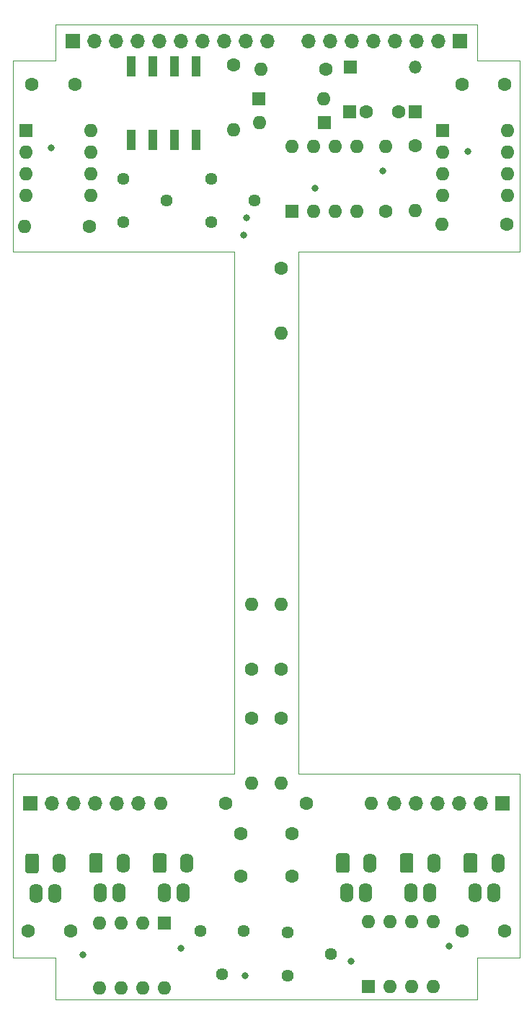
<source format=gbr>
%TF.GenerationSoftware,KiCad,Pcbnew,(5.1.7)-1*%
%TF.CreationDate,2021-10-21T20:27:42-07:00*%
%TF.ProjectId,AnalogBoard_Rev2,416e616c-6f67-4426-9f61-72645f526576,rev?*%
%TF.SameCoordinates,Original*%
%TF.FileFunction,Soldermask,Top*%
%TF.FilePolarity,Negative*%
%FSLAX46Y46*%
G04 Gerber Fmt 4.6, Leading zero omitted, Abs format (unit mm)*
G04 Created by KiCad (PCBNEW (5.1.7)-1) date 2021-10-21 20:27:42*
%MOMM*%
%LPD*%
G01*
G04 APERTURE LIST*
%TA.AperFunction,Profile*%
%ADD10C,0.050000*%
%TD*%
%ADD11C,1.440000*%
%ADD12O,1.700000X1.700000*%
%ADD13R,1.700000X1.700000*%
%ADD14R,1.120000X2.440000*%
%ADD15O,1.570000X2.290000*%
%ADD16O,1.600000X1.600000*%
%ADD17R,1.600000X1.600000*%
%ADD18C,1.600000*%
%ADD19O,1.500000X1.500000*%
%ADD20R,1.500000X1.500000*%
%ADD21C,0.800000*%
G04 APERTURE END LIST*
D10*
X143250000Y-148100000D02*
X148250000Y-148100000D01*
X143250000Y-153000000D02*
X143250000Y-148100000D01*
X93750000Y-148100000D02*
X88750000Y-148100000D01*
X93750000Y-153000000D02*
X93750000Y-148100000D01*
X143250000Y-42750000D02*
X143250000Y-38500000D01*
X148250000Y-42750000D02*
X143250000Y-42750000D01*
X93750000Y-42750000D02*
X93750000Y-38500000D01*
X88750000Y-42750000D02*
X93750000Y-42750000D01*
X148250000Y-148100000D02*
X148250000Y-126500000D01*
X88750000Y-148100000D02*
X88750000Y-126500000D01*
X122250000Y-126500000D02*
X148250000Y-126500000D01*
X122250000Y-65250000D02*
X148250000Y-65250000D01*
X88750000Y-126500000D02*
X114750000Y-126500000D01*
X88750000Y-65250000D02*
X114750000Y-65250000D01*
X114750000Y-126500000D02*
X114750000Y-65250000D01*
X122250000Y-126500000D02*
X122250000Y-65250000D01*
X148250000Y-42750000D02*
X148250000Y-65250000D01*
X88750000Y-65250000D02*
X88750000Y-42750000D01*
X143250000Y-153000000D02*
X93750000Y-153000000D01*
X93750000Y-38500000D02*
X143250000Y-38500000D01*
D11*
%TO.C,RV4*%
X112014000Y-61722000D03*
X117094000Y-59182000D03*
X112014000Y-56642000D03*
%TD*%
%TO.C,RV3*%
X101727000Y-61722000D03*
X106807000Y-59182000D03*
X101727000Y-56642000D03*
%TD*%
%TO.C,RV2*%
X121000000Y-150250000D03*
X126080000Y-147710000D03*
X121000000Y-145170000D03*
%TD*%
%TO.C,RV1*%
X110750000Y-145000000D03*
X113290000Y-150080000D03*
X115830000Y-145000000D03*
%TD*%
D12*
%TO.C,J4*%
X123470000Y-40500000D03*
X126010000Y-40500000D03*
X128550000Y-40500000D03*
X131090000Y-40500000D03*
X133630000Y-40500000D03*
X136170000Y-40500000D03*
X138710000Y-40500000D03*
D13*
X141250000Y-40500000D03*
%TD*%
D14*
%TO.C,SW1*%
X110236000Y-52057000D03*
X102616000Y-43447000D03*
X107696000Y-52057000D03*
X105156000Y-43447000D03*
X105156000Y-52057000D03*
X107696000Y-43447000D03*
X102616000Y-52057000D03*
X110236000Y-43447000D03*
%TD*%
D12*
%TO.C,J3*%
X133550000Y-130000000D03*
X136090000Y-130000000D03*
X138630000Y-130000000D03*
X141170000Y-130000000D03*
X143710000Y-130000000D03*
D13*
X146250000Y-130000000D03*
%TD*%
D12*
%TO.C,J2*%
X118610000Y-40500000D03*
X116070000Y-40500000D03*
X113530000Y-40500000D03*
X110990000Y-40500000D03*
X108450000Y-40500000D03*
X105910000Y-40500000D03*
X103370000Y-40500000D03*
X100830000Y-40500000D03*
X98290000Y-40500000D03*
D13*
X95750000Y-40500000D03*
%TD*%
D12*
%TO.C,J1*%
X103450000Y-130000000D03*
X100910000Y-130000000D03*
X98370000Y-130000000D03*
X95830000Y-130000000D03*
X93290000Y-130000000D03*
D13*
X90750000Y-130000000D03*
%TD*%
%TO.C,U9*%
G36*
G01*
X134464630Y-135855000D02*
X135535370Y-135855000D01*
G75*
G02*
X135785000Y-136104630I0J-249630D01*
G01*
X135785000Y-137895370D01*
G75*
G02*
X135535370Y-138145000I-249630J0D01*
G01*
X134464630Y-138145000D01*
G75*
G02*
X134215000Y-137895370I0J249630D01*
G01*
X134215000Y-136104630D01*
G75*
G02*
X134464630Y-135855000I249630J0D01*
G01*
G37*
D15*
X138200000Y-137000000D03*
X137700000Y-140500000D03*
X135500000Y-140500000D03*
%TD*%
%TO.C,U8*%
G36*
G01*
X141964630Y-135855000D02*
X143035370Y-135855000D01*
G75*
G02*
X143285000Y-136104630I0J-249630D01*
G01*
X143285000Y-137895370D01*
G75*
G02*
X143035370Y-138145000I-249630J0D01*
G01*
X141964630Y-138145000D01*
G75*
G02*
X141715000Y-137895370I0J249630D01*
G01*
X141715000Y-136104630D01*
G75*
G02*
X141964630Y-135855000I249630J0D01*
G01*
G37*
X145700000Y-137000000D03*
X145200000Y-140500000D03*
X143000000Y-140500000D03*
%TD*%
%TO.C,U7*%
G36*
G01*
X97964630Y-135855000D02*
X99035370Y-135855000D01*
G75*
G02*
X99285000Y-136104630I0J-249630D01*
G01*
X99285000Y-137895370D01*
G75*
G02*
X99035370Y-138145000I-249630J0D01*
G01*
X97964630Y-138145000D01*
G75*
G02*
X97715000Y-137895370I0J249630D01*
G01*
X97715000Y-136104630D01*
G75*
G02*
X97964630Y-135855000I249630J0D01*
G01*
G37*
X101700000Y-137000000D03*
X101200000Y-140500000D03*
X99000000Y-140500000D03*
%TD*%
%TO.C,U6*%
G36*
G01*
X90464630Y-135888000D02*
X91535370Y-135888000D01*
G75*
G02*
X91785000Y-136137630I0J-249630D01*
G01*
X91785000Y-137928370D01*
G75*
G02*
X91535370Y-138178000I-249630J0D01*
G01*
X90464630Y-138178000D01*
G75*
G02*
X90215000Y-137928370I0J249630D01*
G01*
X90215000Y-136137630D01*
G75*
G02*
X90464630Y-135888000I249630J0D01*
G01*
G37*
X94200000Y-137033000D03*
X93700000Y-140533000D03*
X91500000Y-140533000D03*
%TD*%
%TO.C,U13*%
G36*
G01*
X126964630Y-135855000D02*
X128035370Y-135855000D01*
G75*
G02*
X128285000Y-136104630I0J-249630D01*
G01*
X128285000Y-137895370D01*
G75*
G02*
X128035370Y-138145000I-249630J0D01*
G01*
X126964630Y-138145000D01*
G75*
G02*
X126715000Y-137895370I0J249630D01*
G01*
X126715000Y-136104630D01*
G75*
G02*
X126964630Y-135855000I249630J0D01*
G01*
G37*
X130700000Y-137000000D03*
X130200000Y-140500000D03*
X128000000Y-140500000D03*
%TD*%
%TO.C,U12*%
G36*
G01*
X105464630Y-135855000D02*
X106535370Y-135855000D01*
G75*
G02*
X106785000Y-136104630I0J-249630D01*
G01*
X106785000Y-137895370D01*
G75*
G02*
X106535370Y-138145000I-249630J0D01*
G01*
X105464630Y-138145000D01*
G75*
G02*
X105215000Y-137895370I0J249630D01*
G01*
X105215000Y-136104630D01*
G75*
G02*
X105464630Y-135855000I249630J0D01*
G01*
G37*
X109200000Y-137000000D03*
X108700000Y-140500000D03*
X106500000Y-140500000D03*
%TD*%
D16*
%TO.C,U5*%
X121500000Y-52880000D03*
X129120000Y-60500000D03*
X124040000Y-52880000D03*
X126580000Y-60500000D03*
X126580000Y-52880000D03*
X124040000Y-60500000D03*
X129120000Y-52880000D03*
D17*
X121500000Y-60500000D03*
%TD*%
D16*
%TO.C,U4*%
X130500000Y-143880000D03*
X138120000Y-151500000D03*
X133040000Y-143880000D03*
X135580000Y-151500000D03*
X135580000Y-143880000D03*
X133040000Y-151500000D03*
X138120000Y-143880000D03*
D17*
X130500000Y-151500000D03*
%TD*%
D16*
%TO.C,U3*%
X106500000Y-151620000D03*
X98880000Y-144000000D03*
X103960000Y-151620000D03*
X101420000Y-144000000D03*
X101420000Y-151620000D03*
X103960000Y-144000000D03*
X98880000Y-151620000D03*
D17*
X106500000Y-144000000D03*
%TD*%
D16*
%TO.C,U2*%
X146870000Y-51000000D03*
X139250000Y-58620000D03*
X146870000Y-53540000D03*
X139250000Y-56080000D03*
X146870000Y-56080000D03*
X139250000Y-53540000D03*
X146870000Y-58620000D03*
D17*
X139250000Y-51000000D03*
%TD*%
D16*
%TO.C,U1*%
X97870000Y-51000000D03*
X90250000Y-58620000D03*
X97870000Y-53540000D03*
X90250000Y-56080000D03*
X97870000Y-56080000D03*
X90250000Y-53540000D03*
X97870000Y-58620000D03*
D17*
X90250000Y-51000000D03*
%TD*%
D16*
%TO.C,R13*%
X120250000Y-106630000D03*
D18*
X120250000Y-114250000D03*
%TD*%
D16*
%TO.C,R12*%
X116750000Y-106630000D03*
D18*
X116750000Y-114250000D03*
%TD*%
D16*
%TO.C,R11*%
X117856000Y-43815000D03*
D18*
X125476000Y-43815000D03*
%TD*%
D16*
%TO.C,R10*%
X136000000Y-60370000D03*
D18*
X136000000Y-52750000D03*
%TD*%
D16*
%TO.C,R9*%
X132500000Y-52880000D03*
D18*
X132500000Y-60500000D03*
%TD*%
D16*
%TO.C,R8*%
X114681000Y-50927000D03*
D18*
X114681000Y-43307000D03*
%TD*%
D16*
%TO.C,R7*%
X120250000Y-127620000D03*
D18*
X120250000Y-120000000D03*
%TD*%
D16*
%TO.C,R6*%
X116750000Y-127620000D03*
D18*
X116750000Y-120000000D03*
%TD*%
D16*
%TO.C,R5*%
X120250000Y-74803000D03*
D18*
X120250000Y-67183000D03*
%TD*%
D16*
%TO.C,R4*%
X130870000Y-130000000D03*
D18*
X123250000Y-130000000D03*
%TD*%
D16*
%TO.C,R3*%
X106130000Y-130000000D03*
D18*
X113750000Y-130000000D03*
%TD*%
D16*
%TO.C,R2*%
X139130000Y-62000000D03*
D18*
X146750000Y-62000000D03*
%TD*%
D16*
%TO.C,R1*%
X90130000Y-62250000D03*
D18*
X97750000Y-62250000D03*
%TD*%
D19*
%TO.C,D4*%
X136017000Y-43561000D03*
D20*
X128397000Y-43561000D03*
%TD*%
D16*
%TO.C,D3*%
X117729000Y-50038000D03*
D17*
X125349000Y-50038000D03*
%TD*%
D16*
%TO.C,D2*%
X125222000Y-47244000D03*
D17*
X117602000Y-47244000D03*
%TD*%
D18*
%TO.C,C11*%
X130270000Y-48768000D03*
D17*
X128270000Y-48768000D03*
%TD*%
D18*
%TO.C,C10*%
X134017000Y-48768000D03*
D17*
X136017000Y-48768000D03*
%TD*%
D18*
%TO.C,C8*%
X141500000Y-145000000D03*
X146500000Y-145000000D03*
%TD*%
%TO.C,C7*%
X95500000Y-145000000D03*
X90500000Y-145000000D03*
%TD*%
%TO.C,C5*%
X121500000Y-138500000D03*
X121500000Y-133500000D03*
%TD*%
%TO.C,C4*%
X115500000Y-133500000D03*
X115500000Y-138500000D03*
%TD*%
%TO.C,C2*%
X146500000Y-45600000D03*
X141500000Y-45600000D03*
%TD*%
%TO.C,C1*%
X91000000Y-45600000D03*
X96000000Y-45600000D03*
%TD*%
D21*
X108500000Y-147000000D03*
X97000000Y-147750000D03*
X128500000Y-148500000D03*
X140000000Y-146750000D03*
X142212500Y-53462500D03*
X132212500Y-55712500D03*
X124212500Y-57787500D03*
X93250000Y-53000000D03*
X116205000Y-61214000D03*
X115824000Y-63246000D03*
X116000002Y-150250000D03*
M02*

</source>
